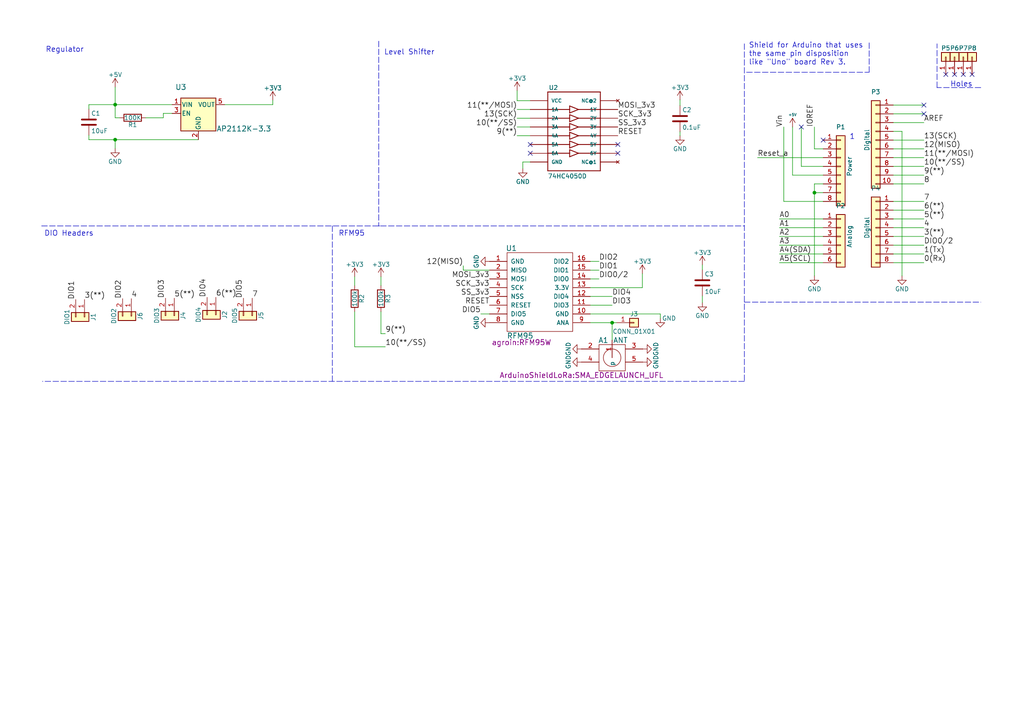
<source format=kicad_sch>
(kicad_sch (version 20211123) (generator eeschema)
  (paper "A4")
  (title_block (title "Arduino LoRa Shield") (date "2018-07-24") (rev "v1.0") (company "Electronic Cats") (comment 1 "Eduardo Contreras"))
  (lib_symbols
    (symbol "74HC4050D:74HC4050D" (pin_numbers hide) (pin_names (offset 1.016))
      (property "Reference" "U" (at -7.366 11.938 0))
      (property "Value" "74HC4050D" (at -7.62 -13.716 0))
      (symbol "74HC4050D_0_0"
        (polyline (pts (xy -7.62 -11.43) (xy 7.62 -11.43)) (stroke (width 0.254)))
        (polyline (pts (xy -7.62 -6.35) (xy -7.62 -11.43)) (stroke (width 0.254)))
        (polyline (pts (xy -7.62 -6.35) (xy -1.27 -6.35)) (stroke (width 0.254)))
        (polyline (pts (xy -7.62 -3.81) (xy -7.62 -6.35)) (stroke (width 0.254)))
        (polyline (pts (xy -7.62 -3.81) (xy -1.27 -3.81)) (stroke (width 0.254)))
        (polyline (pts (xy -7.62 -1.27) (xy -1.27 -1.27)) (stroke (width 0.254)))
        (polyline (pts (xy -7.62 1.27) (xy -1.27 1.27)) (stroke (width 0.254)))
        (polyline (pts (xy -7.62 3.81) (xy -1.27 3.81)) (stroke (width 0.254)))
        (polyline (pts (xy -7.62 6.35) (xy -1.27 6.35)) (stroke (width 0.254)))
        (polyline (pts (xy -7.62 11.43) (xy -7.62 -3.81)) (stroke (width 0.254)))
        (polyline (pts (xy -7.62 11.43) (xy 7.62 11.43)) (stroke (width 0.254)))
        (polyline (pts (xy -1.27 -7.366) (xy -1.27 -6.35)) (stroke (width 0.254)))
        (polyline (pts (xy -1.27 -7.366) (xy 1.27 -6.35)) (stroke (width 0.254)))
        (polyline (pts (xy -1.27 -5.334) (xy -1.27 -6.35)) (stroke (width 0.254)))
        (polyline (pts (xy -1.27 -4.826) (xy 1.27 -3.81)) (stroke (width 0.254)))
        (polyline (pts (xy -1.27 -3.81) (xy -1.27 -4.826)) (stroke (width 0.254)))
        (polyline (pts (xy -1.27 -2.794) (xy -1.27 -3.81)) (stroke (width 0.254)))
        (polyline (pts (xy -1.27 -2.286) (xy -1.27 -1.27)) (stroke (width 0.254)))
        (polyline (pts (xy -1.27 -2.286) (xy 1.27 -1.27)) (stroke (width 0.254)))
        (polyline (pts (xy -1.27 -0.254) (xy -1.27 -1.27)) (stroke (width 0.254)))
        (polyline (pts (xy -1.27 0.254) (xy 1.27 1.27)) (stroke (width 0.254)))
        (polyline (pts (xy -1.27 1.27) (xy -1.27 0.254)) (stroke (width 0.254)))
        (polyline (pts (xy -1.27 2.286) (xy -1.27 1.27)) (stroke (width 0.254)))
        (polyline (pts (xy -1.27 2.794) (xy -1.27 3.81)) (stroke (width 0.254)))
        (polyline (pts (xy -1.27 2.794) (xy 1.27 3.81)) (stroke (width 0.254)))
        (polyline (pts (xy -1.27 4.826) (xy -1.27 3.81)) (stroke (width 0.254)))
        (polyline (pts (xy -1.27 5.334) (xy 1.27 6.35)) (stroke (width 0.254)))
        (polyline (pts (xy -1.27 6.35) (xy -1.27 5.334)) (stroke (width 0.254)))
        (polyline (pts (xy -1.27 7.366) (xy -1.27 6.35)) (stroke (width 0.254)))
        (polyline (pts (xy 1.27 -6.35) (xy -1.27 -5.334)) (stroke (width 0.254)))
        (polyline (pts (xy 1.27 -3.81) (xy -1.27 -2.794)) (stroke (width 0.254)))
        (polyline (pts (xy 1.27 -1.27) (xy -1.27 -0.254)) (stroke (width 0.254)))
        (polyline (pts (xy 1.27 1.27) (xy -1.27 2.286)) (stroke (width 0.254)))
        (polyline (pts (xy 1.27 3.81) (xy -1.27 4.826)) (stroke (width 0.254)))
        (polyline (pts (xy 1.27 6.35) (xy -1.27 7.366)) (stroke (width 0.254)))
        (polyline (pts (xy 7.62 -11.43) (xy 7.62 -6.35)) (stroke (width 0.254)))
        (polyline (pts (xy 7.62 -6.35) (xy 1.27 -6.35)) (stroke (width 0.254)))
        (polyline (pts (xy 7.62 -6.35) (xy 7.62 -3.81)) (stroke (width 0.254)))
        (polyline (pts (xy 7.62 -3.81) (xy 1.27 -3.81)) (stroke (width 0.254)))
        (polyline (pts (xy 7.62 -3.81) (xy 7.62 -1.27)) (stroke (width 0.254)))
        (polyline (pts (xy 7.62 -1.27) (xy 1.27 -1.27)) (stroke (width 0.254)))
        (polyline (pts (xy 7.62 -1.27) (xy 7.62 1.27)) (stroke (width 0.254)))
        (polyline (pts (xy 7.62 1.27) (xy 1.27 1.27)) (stroke (width 0.254)))
        (polyline (pts (xy 7.62 1.27) (xy 7.62 3.81)) (stroke (width 0.254)))
        (polyline (pts (xy 7.62 3.81) (xy 1.27 3.81)) (stroke (width 0.254)))
        (polyline (pts (xy 7.62 3.81) (xy 7.62 6.35)) (stroke (width 0.254)))
        (polyline (pts (xy 7.62 6.35) (xy 1.27 6.35)) (stroke (width 0.254)))
        (polyline (pts (xy 7.62 6.35) (xy 7.62 11.43)) (stroke (width 0.254)))
        (pin input line (at -12.7 8.89 0) (length 5.08) (name "VCC") (number "1"))
        (pin output line (at 12.7 -1.27 180) (length 5.08) (name "4Y") (number "10"))
        (pin input line (at -12.7 -3.81 0) (length 5.08) (name "5A") (number "11"))
        (pin output line (at 12.7 -3.81 180) (length 5.08) (name "5Y") (number "12"))
        (pin no_connect line (at 12.7 -8.89 180) (length 5.08) (name "NC@1") (number "13"))
        (pin input line (at -12.7 -6.35 0) (length 5.08) (name "6A") (number "14"))
        (pin output line (at 12.7 -6.35 180) (length 5.08) (name "6Y") (number "15"))
        (pin no_connect line (at 12.7 8.89 180) (length 5.08) (name "NC@2") (number "16"))
        (pin output line (at 12.7 6.35 180) (length 5.08) (name "1Y") (number "2"))
        (pin input line (at -12.7 6.35 0) (length 5.08) (name "1A") (number "3"))
        (pin output line (at 12.7 3.81 180) (length 5.08) (name "2Y") (number "4"))
        (pin input line (at -12.7 3.81 0) (length 5.08) (name "2A") (number "5"))
        (pin output line (at 12.7 1.27 180) (length 5.08) (name "3Y") (number "6"))
        (pin input line (at -12.7 1.27 0) (length 5.08) (name "3A") (number "7"))
        (pin input line (at -12.7 -8.89 0) (length 5.08) (name "GND") (number "8"))
        (pin input line (at -12.7 -1.27 0) (length 5.08) (name "4A") (number "9"))
      )
    )
    (symbol "ArduinoShieldLoRa:ANT-RESCUE-ArduinoShieldLoRa" (pin_names (offset 1.016))
      (property "Reference" "A" (at 6.35 10.16 0))
      (property "Value" "ANT-RESCUE-ArduinoShieldLoRa" (at 6.35 0 0))
      (symbol "ANT-RESCUE-ArduinoShieldLoRa_0_1"
        (rectangle (start 5.08 8.89) (end 12.7 1.27))
        (circle (center 8.89 5.08) (radius 2.54))
      )
      (symbol "ANT-RESCUE-ArduinoShieldLoRa_1_1"
        (pin bidirectional line (at 8.89 10.16 270) (length 5.08) (name "p") (number "1"))
        (pin bidirectional line (at 0 7.62 0) (length 5.08) (name "~") (number "2"))
        (pin bidirectional line (at 17.78 7.62 180) (length 5.08) (name "~") (number "3"))
        (pin bidirectional line (at 0 3.81 0) (length 5.08) (name "~") (number "4"))
        (pin bidirectional line (at 17.78 3.81 180) (length 5.08) (name "~") (number "5"))
      )
    )
    (symbol "ArduinoShieldLoRa:RFM95-RESCUE-ArduinoShieldLoRa" (pin_names (offset 1.016))
      (property "Reference" "U" (at -2.54 25.4 0))
      (property "Value" "RFM95-RESCUE-ArduinoShieldLoRa" (at 0 0 0))
      (symbol "RFM95-RESCUE-ArduinoShieldLoRa_0_1"
        (rectangle (start 15.24 24.13) (end -3.81 1.27))
      )
      (symbol "RFM95-RESCUE-ArduinoShieldLoRa_1_1"
        (pin bidirectional line (at -8.89 21.59 0) (length 5.08) (name "GND") (number "1"))
        (pin power_out line (at 20.32 6.35 180) (length 5.08) (name "GND") (number "10"))
        (pin input line (at 20.32 8.89 180) (length 5.08) (name "DIO3") (number "11"))
        (pin bidirectional line (at 20.32 11.43 180) (length 5.08) (name "DIO4") (number "12"))
        (pin power_in line (at 20.32 13.97 180) (length 5.08) (name "3.3V") (number "13"))
        (pin bidirectional line (at 20.32 16.51 180) (length 5.08) (name "DIO0") (number "14"))
        (pin bidirectional line (at 20.32 19.05 180) (length 5.08) (name "DIO1") (number "15"))
        (pin bidirectional line (at 20.32 21.59 180) (length 5.08) (name "DIO2") (number "16"))
        (pin bidirectional line (at -8.89 19.05 0) (length 5.08) (name "MISO") (number "2"))
        (pin bidirectional line (at -8.89 16.51 0) (length 5.08) (name "MOSI") (number "3"))
        (pin bidirectional line (at -8.89 13.97 0) (length 5.08) (name "SCK") (number "4"))
        (pin bidirectional line (at -8.89 11.43 0) (length 5.08) (name "NSS") (number "5"))
        (pin bidirectional line (at -8.89 8.89 0) (length 5.08) (name "RESET") (number "6"))
        (pin bidirectional line (at -8.89 6.35 0) (length 5.08) (name "DIO5") (number "7"))
        (pin bidirectional line (at -8.89 3.81 0) (length 5.08) (name "GND") (number "8"))
        (pin bidirectional line (at 20.32 3.81 180) (length 5.08) (name "ANA") (number "9"))
      )
    )
    (symbol "Connector_Generic:Conn_01x01" (pin_names (offset 1.016) hide)
      (property "Reference" "J" (at 0 2.54 0))
      (property "Value" "Conn_01x01" (at 0 -2.54 0))
      (symbol "Conn_01x01_1_1"
        (rectangle (start -1.27 0.127) (end 0 -0.127) (stroke (width 0.1524)))
        (rectangle (start -1.27 1.27) (end 1.27 -1.27) (stroke (width 0.254)) (fill (type background)))
        (pin passive line (at -5.08 0 0) (length 3.81) (name "Pin_1") (number "1"))
      )
    )
    (symbol "Connector_Generic:Conn_01x02" (pin_names (offset 1.016) hide)
      (property "Reference" "J" (at 0 2.54 0))
      (property "Value" "Conn_01x02" (at 0 -5.08 0))
      (symbol "Conn_01x02_1_1"
        (rectangle (start -1.27 -2.413) (end 0 -2.667) (stroke (width 0.1524)))
        (rectangle (start -1.27 0.127) (end 0 -0.127) (stroke (width 0.1524)))
        (rectangle (start -1.27 1.27) (end 1.27 -3.81) (stroke (width 0.254)) (fill (type background)))
        (pin passive line (at -5.08 0 0) (length 3.81) (name "Pin_1") (number "1"))
        (pin passive line (at -5.08 -2.54 0) (length 3.81) (name "Pin_2") (number "2"))
      )
    )
    (symbol "Connector_Generic:Conn_01x06" (pin_names (offset 1.016) hide)
      (property "Reference" "J" (at 0 7.62 0))
      (property "Value" "Conn_01x06" (at 0 -10.16 0))
      (symbol "Conn_01x06_1_1"
        (rectangle (start -1.27 -7.493) (end 0 -7.747) (stroke (width 0.1524)))
        (rectangle (start -1.27 -4.953) (end 0 -5.207) (stroke (width 0.1524)))
        (rectangle (start -1.27 -2.413) (end 0 -2.667) (stroke (width 0.1524)))
        (rectangle (start -1.27 0.127) (end 0 -0.127) (stroke (width 0.1524)))
        (rectangle (start -1.27 2.667) (end 0 2.413) (stroke (width 0.1524)))
        (rectangle (start -1.27 5.207) (end 0 4.953) (stroke (width 0.1524)))
        (rectangle (start -1.27 6.35) (end 1.27 -8.89) (stroke (width 0.254)) (fill (type background)))
        (pin passive line (at -5.08 5.08 0) (length 3.81) (name "Pin_1") (number "1"))
        (pin passive line (at -5.08 2.54 0) (length 3.81) (name "Pin_2") (number "2"))
        (pin passive line (at -5.08 0 0) (length 3.81) (name "Pin_3") (number "3"))
        (pin passive line (at -5.08 -2.54 0) (length 3.81) (name "Pin_4") (number "4"))
        (pin passive line (at -5.08 -5.08 0) (length 3.81) (name "Pin_5") (number "5"))
        (pin passive line (at -5.08 -7.62 0) (length 3.81) (name "Pin_6") (number "6"))
      )
    )
    (symbol "Connector_Generic:Conn_01x08" (pin_names (offset 1.016) hide)
      (property "Reference" "J" (at 0 10.16 0))
      (property "Value" "Conn_01x08" (at 0 -12.7 0))
      (symbol "Conn_01x08_1_1"
        (rectangle (start -1.27 -10.033) (end 0 -10.287) (stroke (width 0.1524)))
        (rectangle (start -1.27 -7.493) (end 0 -7.747) (stroke (width 0.1524)))
        (rectangle (start -1.27 -4.953) (end 0 -5.207) (stroke (width 0.1524)))
        (rectangle (start -1.27 -2.413) (end 0 -2.667) (stroke (width 0.1524)))
        (rectangle (start -1.27 0.127) (end 0 -0.127) (stroke (width 0.1524)))
        (rectangle (start -1.27 2.667) (end 0 2.413) (stroke (width 0.1524)))
        (rectangle (start -1.27 5.207) (end 0 4.953) (stroke (width 0.1524)))
        (rectangle (start -1.27 7.747) (end 0 7.493) (stroke (width 0.1524)))
        (rectangle (start -1.27 8.89) (end 1.27 -11.43) (stroke (width 0.254)) (fill (type background)))
        (pin passive line (at -5.08 7.62 0) (length 3.81) (name "Pin_1") (number "1"))
        (pin passive line (at -5.08 5.08 0) (length 3.81) (name "Pin_2") (number "2"))
        (pin passive line (at -5.08 2.54 0) (length 3.81) (name "Pin_3") (number "3"))
        (pin passive line (at -5.08 0 0) (length 3.81) (name "Pin_4") (number "4"))
        (pin passive line (at -5.08 -2.54 0) (length 3.81) (name "Pin_5") (number "5"))
        (pin passive line (at -5.08 -5.08 0) (length 3.81) (name "Pin_6") (number "6"))
        (pin passive line (at -5.08 -7.62 0) (length 3.81) (name "Pin_7") (number "7"))
        (pin passive line (at -5.08 -10.16 0) (length 3.81) (name "Pin_8") (number "8"))
      )
    )
    (symbol "Connector_Generic:Conn_01x10" (pin_names (offset 1.016) hide)
      (property "Reference" "J" (at 0 12.7 0))
      (property "Value" "Conn_01x10" (at 0 -15.24 0))
      (symbol "Conn_01x10_1_1"
        (rectangle (start -1.27 -12.573) (end 0 -12.827) (stroke (width 0.1524)))
        (rectangle (start -1.27 -10.033) (end 0 -10.287) (stroke (width 0.1524)))
        (rectangle (start -1.27 -7.493) (end 0 -7.747) (stroke (width 0.1524)))
        (rectangle (start -1.27 -4.953) (end 0 -5.207) (stroke (width 0.1524)))
        (rectangle (start -1.27 -2.413) (end 0 -2.667) (stroke (width 0.1524)))
        (rectangle (start -1.27 0.127) (end 0 -0.127) (stroke (width 0.1524)))
        (rectangle (start -1.27 2.667) (end 0 2.413) (stroke (width 0.1524)))
        (rectangle (start -1.27 5.207) (end 0 4.953) (stroke (width 0.1524)))
        (rectangle (start -1.27 7.747) (end 0 7.493) (stroke (width 0.1524)))
        (rectangle (start -1.27 10.287) (end 0 10.033) (stroke (width 0.1524)))
        (rectangle (start -1.27 11.43) (end 1.27 -13.97) (stroke (width 0.254)) (fill (type background)))
        (pin passive line (at -5.08 10.16 0) (length 3.81) (name "Pin_1") (number "1"))
        (pin passive line (at -5.08 -12.7 0) (length 3.81) (name "Pin_10") (number "10"))
        (pin passive line (at -5.08 7.62 0) (length 3.81) (name "Pin_2") (number "2"))
        (pin passive line (at -5.08 5.08 0) (length 3.81) (name "Pin_3") (number "3"))
        (pin passive line (at -5.08 2.54 0) (length 3.81) (name "Pin_4") (number "4"))
        (pin passive line (at -5.08 0 0) (length 3.81) (name "Pin_5") (number "5"))
        (pin passive line (at -5.08 -2.54 0) (length 3.81) (name "Pin_6") (number "6"))
        (pin passive line (at -5.08 -5.08 0) (length 3.81) (name "Pin_7") (number "7"))
        (pin passive line (at -5.08 -7.62 0) (length 3.81) (name "Pin_8") (number "8"))
        (pin passive line (at -5.08 -10.16 0) (length 3.81) (name "Pin_9") (number "9"))
      )
    )
    (symbol "Device:C" (pin_numbers hide) (pin_names (offset 0.254))
      (property "Reference" "C" (at 0.635 2.54 0))
      (property "Value" "C" (at 0.635 -2.54 0))
      (symbol "C_0_1"
        (polyline (pts (xy -2.032 -0.762) (xy 2.032 -0.762)) (stroke (width 0.508)))
        (polyline (pts (xy -2.032 0.762) (xy 2.032 0.762)) (stroke (width 0.508)))
      )
      (symbol "C_1_1"
        (pin passive line (at 0 3.81 270) (length 2.794) (name "~") (number "1"))
        (pin passive line (at 0 -3.81 90) (length 2.794) (name "~") (number "2"))
      )
    )
    (symbol "Device:R" (pin_numbers hide) (pin_names (offset 0))
      (property "Reference" "R" (at 2.032 0 90))
      (property "Value" "R" (at 0 0 90))
      (symbol "R_0_1"
        (rectangle (start -1.016 -2.54) (end 1.016 2.54) (stroke (width 0.254)))
      )
      (symbol "R_1_1"
        (pin passive line (at 0 3.81 270) (length 1.27) (name "~") (number "1"))
        (pin passive line (at 0 -3.81 90) (length 1.27) (name "~") (number "2"))
      )
    )
    (symbol "Regulator_Linear:AP2112K-3.3" (pin_names (offset 0.254))
      (property "Reference" "U" (at -5.08 5.715 0))
      (property "Value" "AP2112K-3.3" (at 0 5.715 0))
      (symbol "AP2112K-3.3_0_1"
        (rectangle (start -5.08 4.445) (end 5.08 -5.08) (stroke (width 0.254)) (fill (type background)))
      )
      (symbol "AP2112K-3.3_1_1"
        (pin power_in line (at -7.62 2.54 0) (length 2.54) (name "VIN") (number "1"))
        (pin power_in line (at 0 -7.62 90) (length 2.54) (name "GND") (number "2"))
        (pin input line (at -7.62 0 0) (length 2.54) (name "EN") (number "3"))
        (pin no_connect line (at 5.08 0 180) (length 2.54) hide (name "NC") (number "4"))
        (pin power_out line (at 7.62 2.54 180) (length 2.54) (name "VOUT") (number "5"))
      )
    )
    (symbol "power:+3.3V" (power) (pin_names (offset 0))
      (property "Value" "+3.3V" (at 0 3.556 0))
      (symbol "+3.3V_0_1"
        (polyline (pts (xy -0.762 1.27) (xy 0 2.54)))
        (polyline (pts (xy 0 0) (xy 0 2.54)))
        (polyline (pts (xy 0 2.54) (xy 0.762 1.27)))
      )
      (symbol "+3.3V_1_1"
        (pin power_in line (at 0 0 90) (length 0) hide (name "+3V3") (number "1"))
      )
    )
    (symbol "power:+5V" (power) (pin_names (offset 0))
      (property "Value" "+5V" (at 0 3.556 0))
      (symbol "+5V_0_1"
        (polyline (pts (xy -0.762 1.27) (xy 0 2.54)))
        (polyline (pts (xy 0 0) (xy 0 2.54)))
        (polyline (pts (xy 0 2.54) (xy 0.762 1.27)))
      )
      (symbol "+5V_1_1"
        (pin power_in line (at 0 0 90) (length 0) hide (name "+5V") (number "1"))
      )
    )
    (symbol "power:GND" (power) (pin_names (offset 0))
      (property "Value" "GND" (at 0 -3.81 0))
      (symbol "GND_0_1"
        (polyline (pts (xy 0 0) (xy 0 -1.27) (xy 1.27 -1.27) (xy 0 -2.54) (xy -1.27 -1.27) (xy 0 -1.27)))
      )
      (symbol "GND_1_1"
        (pin power_in line (at 0 0 270) (length 0) hide (name "GND") (number "1"))
      )
    )
  )
  (junction (at 33.401 30.353))
  (junction (at 177.546 93.599))
  (junction (at 33.401 40.513))
  (junction (at 236.22 55.88))
  (no_connect (at 179.197 44.45))
  (no_connect (at 232.41 36.83))
  (no_connect (at 267.97 33.02))
  (no_connect (at 281.94 21.59))
  (no_connect (at 153.797 44.45))
  (no_connect (at 267.97 30.48))
  (no_connect (at 276.86 21.59))
  (no_connect (at 179.197 41.91))
  (no_connect (at 238.76 40.64))
  (no_connect (at 279.4 21.59))
  (no_connect (at 274.32 21.59))
  (no_connect (at 153.797 41.91))
  (wire (pts (xy 25.781 39.243) (xy 25.781 40.513)))
  (wire (pts (xy 149.987 34.29) (xy 153.797 34.29)))
  (wire (pts (xy 227.33 58.42) (xy 227.33 36.83)))
  (wire (pts (xy 25.781 30.353) (xy 33.401 30.353)))
  (wire (pts (xy 238.76 53.34) (xy 236.22 53.34)))
  (wire (pts (xy 238.76 50.8) (xy 229.87 50.8)))
  (wire (pts (xy 259.08 66.04) (xy 267.97 66.04)))
  (wire (pts (xy 110.49 96.774) (xy 110.49 90.424)))
  (polyline (pts (xy 109.855 11.938) (xy 109.855 65.532)))
  (polyline (pts (xy 216.535 20.955) (xy 252.095 20.955)))
  (wire (pts (xy 197.231 39.37) (xy 197.231 38.227)))
  (wire (pts (xy 238.76 48.26) (xy 232.41 48.26)))
  (wire (pts (xy 259.08 40.64) (xy 267.97 40.64)))
  (wire (pts (xy 259.08 30.48) (xy 267.97 30.48)))
  (wire (pts (xy 134.366 77.089) (xy 134.366 78.359)))
  (wire (pts (xy 111.76 96.774) (xy 110.49 96.774)))
  (wire (pts (xy 139.446 91.059) (xy 141.986 91.059)))
  (wire (pts (xy 232.41 48.26) (xy 232.41 36.83)))
  (wire (pts (xy 238.76 73.66) (xy 226.06 73.66)))
  (wire (pts (xy 238.76 45.72) (xy 219.71 45.72)))
  (wire (pts (xy 79.121 29.083) (xy 79.121 30.353)))
  (wire (pts (xy 261.62 38.1) (xy 261.62 80.01)))
  (wire (pts (xy 111.76 100.584) (xy 102.87 100.584)))
  (wire (pts (xy 203.708 78.232) (xy 203.708 76.835)))
  (wire (pts (xy 134.366 78.359) (xy 141.986 78.359)))
  (wire (pts (xy 259.08 76.2) (xy 267.97 76.2)))
  (wire (pts (xy 238.76 55.88) (xy 236.22 55.88)))
  (wire (pts (xy 171.196 85.979) (xy 177.546 85.979)))
  (wire (pts (xy 259.08 35.56) (xy 267.97 35.56)))
  (wire (pts (xy 171.196 80.899) (xy 173.736 80.899)))
  (wire (pts (xy 33.401 25.273) (xy 33.401 30.353)))
  (wire (pts (xy 238.76 66.04) (xy 226.06 66.04)))
  (polyline (pts (xy 271.78 25.4) (xy 271.78 12.7)))
  (wire (pts (xy 236.22 55.88) (xy 236.22 80.01)))
  (wire (pts (xy 191.516 92.329) (xy 191.516 91.059)))
  (wire (pts (xy 110.49 80.264) (xy 110.49 82.804)))
  (wire (pts (xy 171.196 93.599) (xy 177.546 93.599)))
  (wire (pts (xy 259.08 38.1) (xy 261.62 38.1)))
  (wire (pts (xy 171.196 75.819) (xy 173.736 75.819)))
  (wire (pts (xy 151.638 46.99) (xy 153.797 46.99)))
  (polyline (pts (xy 215.9 87.63) (xy 284.48 87.63)))
  (wire (pts (xy 259.08 50.8) (xy 267.97 50.8)))
  (wire (pts (xy 149.987 39.37) (xy 153.797 39.37)))
  (wire (pts (xy 259.08 53.34) (xy 267.97 53.34)))
  (wire (pts (xy 191.516 91.059) (xy 171.196 91.059)))
  (wire (pts (xy 177.546 88.519) (xy 171.196 88.519)))
  (polyline (pts (xy 215.9 110.617) (xy 12.319 110.617)))
  (wire (pts (xy 259.08 43.18) (xy 267.97 43.18)))
  (polyline (pts (xy 284.48 25.4) (xy 271.78 25.4)))
  (wire (pts (xy 47.371 32.893) (xy 49.911 32.893)))
  (wire (pts (xy 171.196 83.439) (xy 186.309 83.439)))
  (wire (pts (xy 259.08 48.26) (xy 267.97 48.26)))
  (wire (pts (xy 42.291 34.163) (xy 47.371 34.163)))
  (wire (pts (xy 259.08 63.5) (xy 267.97 63.5)))
  (polyline (pts (xy 215.9 12.7) (xy 215.9 110.617)))
  (wire (pts (xy 186.309 83.439) (xy 186.309 79.375)))
  (wire (pts (xy 173.736 78.359) (xy 171.196 78.359)))
  (wire (pts (xy 65.151 30.353) (xy 79.121 30.353)))
  (wire (pts (xy 259.08 45.72) (xy 267.97 45.72)))
  (wire (pts (xy 259.08 68.58) (xy 267.97 68.58)))
  (wire (pts (xy 236.22 43.18) (xy 238.76 43.18)))
  (wire (pts (xy 238.76 63.5) (xy 226.06 63.5)))
  (wire (pts (xy 153.797 29.21) (xy 149.987 29.21)))
  (wire (pts (xy 259.08 71.12) (xy 267.97 71.12)))
  (wire (pts (xy 238.76 71.12) (xy 226.06 71.12)))
  (wire (pts (xy 229.87 50.8) (xy 229.87 36.83)))
  (wire (pts (xy 102.87 100.584) (xy 102.87 90.424)))
  (wire (pts (xy 238.76 68.58) (xy 226.06 68.58)))
  (wire (pts (xy 149.987 29.21) (xy 149.987 26.289)))
  (wire (pts (xy 236.22 53.34) (xy 236.22 55.88)))
  (polyline (pts (xy 12.065 65.532) (xy 215.9 65.532)))
  (wire (pts (xy 33.401 40.513) (xy 57.531 40.513)))
  (wire (pts (xy 177.546 93.599) (xy 177.546 98.679)))
  (wire (pts (xy 197.231 28.956) (xy 197.231 30.607)))
  (wire (pts (xy 149.987 31.75) (xy 153.797 31.75)))
  (wire (pts (xy 259.08 73.66) (xy 267.97 73.66)))
  (wire (pts (xy 259.08 58.42) (xy 267.97 58.42)))
  (wire (pts (xy 33.401 43.053) (xy 33.401 40.513)))
  (wire (pts (xy 259.08 33.02) (xy 267.97 33.02)))
  (wire (pts (xy 149.987 36.83) (xy 153.797 36.83)))
  (wire (pts (xy 236.22 36.83) (xy 236.22 43.18)))
  (wire (pts (xy 177.546 93.599) (xy 178.816 93.599)))
  (wire (pts (xy 33.401 30.353) (xy 33.401 34.163)))
  (wire (pts (xy 33.401 34.163) (xy 34.671 34.163)))
  (polyline (pts (xy 252.095 20.955) (xy 252.095 12.065)))
  (wire (pts (xy 203.708 87.757) (xy 203.708 85.852)))
  (wire (pts (xy 102.87 80.264) (xy 102.87 82.804)))
  (wire (pts (xy 259.08 60.96) (xy 267.97 60.96)))
  (polyline (pts (xy 109.855 65.532) (xy 110.109 65.532)))
  (wire (pts (xy 33.401 30.353) (xy 49.911 30.353)))
  (polyline (pts (xy 96.393 65.532) (xy 96.393 110.617)))
  (wire (pts (xy 238.76 76.2) (xy 226.06 76.2)))
  (wire (pts (xy 25.781 40.513) (xy 33.401 40.513)))
  (wire (pts (xy 25.781 31.623) (xy 25.781 30.353)))
  (wire (pts (xy 151.638 48.895) (xy 151.638 46.99)))
  (wire (pts (xy 47.371 34.163) (xy 47.371 32.893)))
  (wire (pts (xy 238.76 58.42) (xy 227.33 58.42)))
  (text "DIO Headers" (at 12.827 68.707 0) (effects (font (size 1.524 1.524)) (justify left bottom)))
  (text "RFM95\n" (at 98.171 68.707 0) (effects (font (size 1.524 1.524)) (justify left bottom)))
  (text "1" (at 246.38 40.64 0) (effects (font (size 1.524 1.524)) (justify left bottom)))
  (text "Shield for Arduino that uses\nthe same pin disposition\nlike \"Uno\" board Rev 3." (at 217.17 19.05 0) (effects (font (size 1.524 1.524)) (justify left bottom)))
  (text "Level Shifter" (at 111.379 16.129 0) (effects (font (size 1.524 1.524)) (justify left bottom)))
  (text "Holes" (at 275.59 25.4 0) (effects (font (size 1.524 1.524)) (justify left bottom)))
  (text "Regulator" (at 13.208 15.367 0) (effects (font (size 1.524 1.524)) (justify left bottom)))
  (label "9(**)" (at 267.97 50.8 0) (effects (font (size 1.524 1.524))))
  (label "9(**)" (at 111.76 96.774 0) (effects (font (size 1.524 1.524))))
  (label "SS_3v3" (at 179.197 36.83 0) (effects (font (size 1.524 1.524))))
  (label "12(MISO)" (at 267.97 43.18 0) (effects (font (size 1.524 1.524))))
  (label "DIO0/2" (at 173.736 80.899 0) (effects (font (size 1.524 1.524))))
  (label "A3" (at 226.06 71.12 0) (effects (font (size 1.524 1.524))))
  (label "DIO4" (at 60.071 86.233 90) (effects (font (size 1.524 1.524))))
  (label "0(Rx)" (at 267.97 76.2 0) (effects (font (size 1.524 1.524))))
  (label "DIO1" (at 21.971 86.868 90) (effects (font (size 1.524 1.524))))
  (label "1(Tx)" (at 267.97 73.66 0) (effects (font (size 1.524 1.524))))
  (label "A4(SDA)" (at 226.06 73.66 0) (effects (font (size 1.524 1.524))))
  (label "4" (at 38.1 86.614 0) (effects (font (size 1.524 1.524))))
  (label "3(**)" (at 24.511 86.868 0) (effects (font (size 1.524 1.524))))
  (label "AREF" (at 267.97 35.56 0) (effects (font (size 1.524 1.524))))
  (label "RESET" (at 179.197 39.37 0) (effects (font (size 1.524 1.524))))
  (label "SCK_3v3" (at 179.197 34.29 0) (effects (font (size 1.524 1.524))))
  (label "11(**/MOSI)" (at 149.987 31.75 180) (effects (font (size 1.524 1.524))))
  (label "SS_3v3" (at 141.986 85.979 180) (effects (font (size 1.524 1.524))))
  (label "DIO5" (at 70.612 86.487 90) (effects (font (size 1.524 1.524))))
  (label "4" (at 267.97 66.04 0) (effects (font (size 1.524 1.524))))
  (label "DIO3" (at 177.546 88.519 0) (effects (font (size 1.524 1.524))))
  (label "12(MISO)" (at 134.366 77.089 180) (effects (font (size 1.524 1.524))))
  (label "Vin" (at 227.33 36.83 90) (effects (font (size 1.524 1.524))))
  (label "DIO1" (at 173.736 78.359 0) (effects (font (size 1.524 1.524))))
  (label "DIO5" (at 139.446 91.059 180) (effects (font (size 1.524 1.524))))
  (label "MOSI_3v3" (at 179.197 31.75 0) (effects (font (size 1.524 1.524))))
  (label "6(**)" (at 62.611 86.233 0) (effects (font (size 1.524 1.524))))
  (label "10(**/SS)" (at 267.97 48.26 0) (effects (font (size 1.524 1.524))))
  (label "A1" (at 226.06 66.04 0) (effects (font (size 1.524 1.524))))
  (label "MOSI_3v3" (at 141.986 80.899 180) (effects (font (size 1.524 1.524))))
  (label "6(**)" (at 267.97 60.96 0) (effects (font (size 1.524 1.524))))
  (label "10(**/SS)" (at 111.76 100.584 0) (effects (font (size 1.524 1.524))))
  (label "IOREF" (at 236.22 36.83 90) (effects (font (size 1.524 1.524))))
  (label "A2" (at 226.06 68.58 0) (effects (font (size 1.524 1.524))))
  (label "7" (at 73.152 86.487 0) (effects (font (size 1.524 1.524))))
  (label "5(**)" (at 267.97 63.5 0) (effects (font (size 1.524 1.524))))
  (label "8" (at 267.97 53.34 0) (effects (font (size 1.524 1.524))))
  (label "13(SCK)" (at 149.987 34.29 180) (effects (font (size 1.524 1.524))))
  (label "9(**)" (at 149.987 39.37 180) (effects (font (size 1.524 1.524))))
  (label "DIO4" (at 177.546 85.979 0) (effects (font (size 1.524 1.524))))
  (label "Reset_a" (at 219.71 45.72 0) (effects (font (size 1.524 1.524))))
  (label "11(**/MOSI)" (at 267.97 45.72 0) (effects (font (size 1.524 1.524))))
  (label "10(**/SS)" (at 149.987 36.83 180) (effects (font (size 1.524 1.524))))
  (label "SCK_3v3" (at 141.986 83.439 180) (effects (font (size 1.524 1.524))))
  (label "DIO2" (at 35.56 86.614 90) (effects (font (size 1.524 1.524))))
  (label "A5(SCL)" (at 226.06 76.2 0) (effects (font (size 1.524 1.524))))
  (label "DIO0/2" (at 267.97 71.12 0) (effects (font (size 1.524 1.524))))
  (label "DIO2" (at 173.736 75.819 0) (effects (font (size 1.524 1.524))))
  (label "A0" (at 226.06 63.5 0) (effects (font (size 1.524 1.524))))
  (label "3(**)" (at 267.97 68.58 0) (effects (font (size 1.524 1.524))))
  (label "13(SCK)" (at 267.97 40.64 0) (effects (font (size 1.524 1.524))))
  (label "RESET" (at 141.986 88.519 180) (effects (font (size 1.524 1.524))))
  (label "7" (at 267.97 58.42 0) (effects (font (size 1.524 1.524))))
  (label "DIO3" (at 48.006 86.487 90) (effects (font (size 1.524 1.524))))
  (label "5(**)" (at 50.546 86.487 0) (effects (font (size 1.524 1.524))))
  (symbol (lib_id "Connector_Generic:Conn_01x08") (at 243.84 48.26 0) (unit 1)
    (property "Reference" "P1" (at 243.84 36.83 0))
    (property "Value" "Power" (at 246.38 48.26 90))
    (property "Footprint" "Socket_Arduino_Uno:Socket_Strip_Arduino_1x08" (effects hide))
  )
  (symbol (lib_id "power:+5V") (at 229.87 36.83 0) (unit 1)
    (property "Reference" "#PWR01" (effects hide))
    (property "Value" "+5V" (at 229.87 33.274 0) (effects (font (size 0.762 0.762))))
  )
  (symbol (lib_id "power:GND") (at 236.22 80.01 0) (unit 1)
    (property "Reference" "#PWR02" (effects hide))
    (property "Value" "GND" (at 236.22 83.82 0))
  )
  (symbol (lib_id "power:GND") (at 261.62 80.01 0) (unit 1)
    (property "Reference" "#PWR03" (effects hide))
    (property "Value" "GND" (at 261.62 83.82 0))
  )
  (symbol (lib_id "Connector_Generic:Conn_01x06") (at 243.84 68.58 0) (unit 1)
    (property "Reference" "P2" (at 243.84 59.69 0))
    (property "Value" "Analog" (at 246.38 68.58 90))
    (property "Footprint" "Socket_Arduino_Uno:Socket_Strip_Arduino_1x06" (effects hide))
  )
  (symbol (lib_id "Connector_Generic:Conn_01x01") (at 274.32 16.51 90) (unit 1)
    (property "Reference" "P5" (at 274.32 13.97 90))
    (property "Value" "CONN_01X01" (effects hide))
    (property "Footprint" "Socket_Arduino_Uno:Arduino_1pin" (effects hide))
  )
  (symbol (lib_id "Connector_Generic:Conn_01x01") (at 276.86 16.51 90) (unit 1)
    (property "Reference" "P6" (at 276.86 13.97 90))
    (property "Value" "CONN_01X01" (effects hide))
    (property "Footprint" "Socket_Arduino_Uno:Arduino_1pin" (effects hide))
  )
  (symbol (lib_id "Connector_Generic:Conn_01x01") (at 279.4 16.51 90) (unit 1)
    (property "Reference" "P7" (at 279.4 13.97 90))
    (property "Value" "CONN_01X01" (effects hide))
    (property "Footprint" "Socket_Arduino_Uno:Arduino_1pin" (effects hide))
  )
  (symbol (lib_id "Connector_Generic:Conn_01x01") (at 281.94 16.51 90) (unit 1)
    (property "Reference" "P8" (at 281.94 13.97 90))
    (property "Value" "CONN_01X01" (effects hide))
    (property "Footprint" "Socket_Arduino_Uno:Arduino_1pin" (effects hide))
  )
  (symbol (lib_id "Connector_Generic:Conn_01x08") (at 254 66.04 0) (mirror y) (unit 1)
    (property "Reference" "P4" (at 254 54.61 0))
    (property "Value" "Digital" (at 251.46 66.04 90))
    (property "Footprint" "Socket_Arduino_Uno:Socket_Strip_Arduino_1x08" (effects hide))
  )
  (symbol (lib_id "Connector_Generic:Conn_01x10") (at 254 40.64 0) (mirror y) (unit 1)
    (property "Reference" "P3" (at 254 26.67 0))
    (property "Value" "Digital" (at 251.46 40.64 90))
    (property "Footprint" "Socket_Arduino_Uno:Socket_Strip_Arduino_1x10" (effects hide))
  )
  (symbol (lib_id "74HC4050D:74HC4050D") (at 166.497 38.1 0) (unit 1)
    (property "Reference" "U2" (at 159.131 26.162 0) (effects (justify left bottom)))
    (property "Value" "74HC4050D" (at 158.877 51.816 0) (effects (justify left bottom)))
    (property "Footprint" "SO16" (effects hide))
    (property "Datasheet" "0.45 USD" (effects hide))
    (property "MP" "74HC4050D" (effects hide))
    (property "Package" "SOIC-16 NXP Semiconductors" (effects hide))
    (property "Availability" "Good" (effects hide))
    (property "MF" "NXP Semiconductors" (effects hide))
    (property "Description" "Hex high-to-low level shifter 74HC4050D" (effects hide))
    (property "#manf" "74HC4050D,653" (effects hide))
  )
  (symbol (lib_id "ArduinoShieldLoRa:ANT-RESCUE-ArduinoShieldLoRa") (at 168.656 108.839 0) (unit 1)
    (property "Reference" "A1" (at 175.006 98.679 0) (effects (font (size 1.524 1.524))))
    (property "Value" "ANT" (at 179.959 98.679 0) (effects (font (size 1.524 1.524))))
    (property "Footprint" "ArduinoShieldLoRa:SMA_EDGELAUNCH_UFL" (at 168.656 108.839 0) (effects (font (size 1.524 1.524))))
  )
  (symbol (lib_id "Regulator_Linear:AP2112K-3.3") (at 57.531 32.893 0) (unit 1)
    (property "Reference" "U3" (at 52.451 25.273 0) (effects (font (size 1.524 1.524))))
    (property "Value" "AP2112K-3.3" (at 70.739 37.338 0) (effects (font (size 1.524 1.524))))
    (property "Footprint" "Package_TO_SOT_SMD:SOT-23-5" (effects hide))
    (property "Datasheet" "https://www.diodes.com/assets/Datasheets/AP2112.pdf" (effects hide))
    (property "#manf" "AP2112K-3.3TRG1" (effects hide))
  )
  (symbol (lib_id "Device:R") (at 38.481 34.163 270) (unit 1)
    (property "Reference" "R1" (at 38.481 36.195 90))
    (property "Value" "100K" (at 38.481 34.163 90))
    (property "Footprint" "Resistors_SMD:R_0805_HandSoldering" (effects hide))
    (property "#manf" "RCA0603100KJNEC" (effects hide))
  )
  (symbol (lib_id "Device:C") (at 25.781 35.433 0) (unit 1)
    (property "Reference" "C1" (at 26.416 32.893 0) (effects (justify left)))
    (property "Value" "10uF" (at 26.416 37.973 0) (effects (justify left)))
    (property "Footprint" "Capacitors_SMD:C_0805_HandSoldering" (effects hide))
    (property "#manf" "GRM188C80G106KE47J" (effects hide))
  )
  (symbol (lib_id "power:GND") (at 33.401 43.053 0) (unit 1)
    (property "Reference" "#PWR04" (effects hide))
    (property "Value" "GND" (at 33.401 46.863 0))
  )
  (symbol (lib_id "Device:C") (at 197.231 34.417 0) (unit 1)
    (property "Reference" "C2" (at 197.866 31.877 0) (effects (justify left)))
    (property "Value" "0.1uF" (at 197.866 36.957 0) (effects (justify left)))
    (property "Footprint" "Capacitors_SMD:C_0805_HandSoldering" (effects hide))
    (property "#manf" "0201ZD104KAT2A" (effects hide))
  )
  (symbol (lib_id "Device:C") (at 203.708 82.042 0) (unit 1)
    (property "Reference" "C3" (at 204.343 79.502 0) (effects (justify left)))
    (property "Value" "10uF" (at 204.343 84.582 0) (effects (justify left)))
    (property "Footprint" "Capacitors_SMD:C_0805_HandSoldering" (effects hide))
    (property "#manf" "GRM188C80G106KE47J" (effects hide))
  )
  (symbol (lib_id "power:GND") (at 151.638 48.895 0) (unit 1)
    (property "Reference" "#PWR05" (effects hide))
    (property "Value" "GND" (at 151.638 52.705 0))
  )
  (symbol (lib_id "power:GND") (at 141.986 93.599 270) (unit 1)
    (property "Reference" "#PWR06" (effects hide))
    (property "Value" "GND" (at 138.176 93.599 0))
  )
  (symbol (lib_id "power:GND") (at 186.436 105.029 90) (unit 1)
    (property "Reference" "#PWR07" (effects hide))
    (property "Value" "GND" (at 190.246 105.029 0))
  )
  (symbol (lib_id "power:GND") (at 186.436 101.219 90) (unit 1)
    (property "Reference" "#PWR08" (effects hide))
    (property "Value" "GND" (at 190.246 101.219 0))
  )
  (symbol (lib_id "power:GND") (at 168.656 101.219 270) (unit 1)
    (property "Reference" "#PWR09" (effects hide))
    (property "Value" "GND" (at 164.846 101.219 0))
  )
  (symbol (lib_id "power:GND") (at 168.656 105.029 270) (unit 1)
    (property "Reference" "#PWR010" (effects hide))
    (property "Value" "GND" (at 164.846 105.029 0))
  )
  (symbol (lib_id "power:GND") (at 191.516 92.329 0) (unit 1)
    (property "Reference" "#PWR011" (effects hide))
    (property "Value" "GND" (at 194.056 92.329 0))
  )
  (symbol (lib_id "power:GND") (at 141.986 75.819 270) (unit 1)
    (property "Reference" "#PWR012" (effects hide))
    (property "Value" "GND" (at 138.176 75.819 0))
  )
  (symbol (lib_id "power:+3.3V") (at 79.121 29.083 0) (unit 1)
    (property "Reference" "#PWR013" (effects hide))
    (property "Value" "+3.3V" (at 79.121 25.527 0))
  )
  (symbol (lib_id "power:+3.3V") (at 186.309 79.375 0) (unit 1)
    (property "Reference" "#PWR014" (effects hide))
    (property "Value" "+3.3V" (at 186.309 75.819 0))
  )
  (symbol (lib_id "power:+3.3V") (at 149.987 26.289 0) (unit 1)
    (property "Reference" "#PWR015" (effects hide))
    (property "Value" "+3.3V" (at 149.987 22.733 0))
  )
  (symbol (lib_id "Device:R") (at 102.87 86.614 0) (unit 1)
    (property "Reference" "R2" (at 104.902 86.614 90))
    (property "Value" "100k" (at 102.87 86.614 90))
    (property "Footprint" "Resistors_SMD:R_0805_HandSoldering" (effects hide))
    (property "#manf" "RCA0603100KJNEC" (effects hide))
  )
  (symbol (lib_id "Device:R") (at 110.49 86.614 0) (unit 1)
    (property "Reference" "R3" (at 112.522 86.614 90))
    (property "Value" "100k" (at 110.49 86.614 90))
    (property "Footprint" "Resistors_SMD:R_0805_HandSoldering" (effects hide))
    (property "#manf" "RCA0603100KJNEC" (effects hide))
  )
  (symbol (lib_id "power:+3.3V") (at 102.87 80.264 0) (unit 1)
    (property "Reference" "#PWR017" (effects hide))
    (property "Value" "+3.3V" (at 102.87 76.708 0))
  )
  (symbol (lib_id "power:+3.3V") (at 110.49 80.264 0) (unit 1)
    (property "Reference" "#PWR018" (effects hide))
    (property "Value" "+3.3V" (at 110.49 76.708 0))
  )
  (symbol (lib_id "Connector_Generic:Conn_01x01") (at 183.896 93.599 0) (unit 1)
    (property "Reference" "J3" (at 183.896 91.059 0))
    (property "Value" "CONN_01X01" (at 183.896 96.139 0))
    (property "Footprint" "Wire_Pads:SolderWirePad_single_0-8mmDrill" (effects hide))
  )
  (symbol (lib_id "ArduinoShieldLoRa:RFM95-RESCUE-ArduinoShieldLoRa") (at 150.876 97.409 0) (unit 1)
    (property "Reference" "U1" (at 148.336 72.009 0) (effects (font (size 1.524 1.524))))
    (property "Value" "RFM95" (at 150.876 97.409 0) (effects (font (size 1.524 1.524))))
    (property "Footprint" "agroin:RFM95W" (at 151.257 99.314 0) (effects (font (size 1.524 1.524))))
  )
  (symbol (lib_id "Connector_Generic:Conn_01x02") (at 38.1 91.694 270) (unit 1)
    (property "Reference" "J6" (at 40.64 91.694 0))
    (property "Value" "DIO2" (at 33.02 91.694 0))
    (property "Footprint" "Pin_Headers:Pin_Header_Straight_1x02_Pitch2.54mm" (effects hide))
  )
  (symbol (lib_id "Connector_Generic:Conn_01x02") (at 50.546 91.567 270) (unit 1)
    (property "Reference" "J4" (at 53.086 91.567 0))
    (property "Value" "DIO3" (at 45.466 91.567 0))
    (property "Footprint" "Pin_Headers:Pin_Header_Straight_1x02_Pitch2.54mm" (effects hide))
  )
  (symbol (lib_id "Connector_Generic:Conn_01x02") (at 62.611 91.313 270) (unit 1)
    (property "Reference" "J2" (at 65.151 91.313 0))
    (property "Value" "DIO4" (at 57.531 91.313 0))
    (property "Footprint" "Pin_Headers:Pin_Header_Straight_1x02_Pitch2.54mm" (effects hide))
  )
  (symbol (lib_id "Connector_Generic:Conn_01x02") (at 73.152 91.567 270) (unit 1)
    (property "Reference" "J5" (at 75.692 91.567 0))
    (property "Value" "DIO5" (at 68.072 91.567 0))
    (property "Footprint" "Pin_Headers:Pin_Header_Straight_1x02_Pitch2.54mm" (effects hide))
  )
  (symbol (lib_id "Connector_Generic:Conn_01x02") (at 24.511 91.948 270) (unit 1)
    (property "Reference" "J1" (at 27.051 91.948 0))
    (property "Value" "DIO1" (at 19.431 91.948 0))
    (property "Footprint" "Pin_Headers:Pin_Header_Straight_1x02_Pitch2.54mm" (effects hide))
  )
  (symbol (lib_id "power:GND") (at 197.231 39.37 0) (unit 1)
    (property "Reference" "#PWR019" (effects hide))
    (property "Value" "GND" (at 197.231 43.18 0))
  )
  (symbol (lib_id "power:+3.3V") (at 197.231 28.956 0) (unit 1)
    (property "Reference" "#PWR020" (effects hide))
    (property "Value" "+3.3V" (at 197.231 25.4 0))
  )
  (symbol (lib_id "power:+3.3V") (at 203.708 76.835 0) (unit 1)
    (property "Reference" "#PWR021" (effects hide))
    (property "Value" "+3.3V" (at 203.708 73.279 0))
  )
  (symbol (lib_id "power:GND") (at 203.708 87.757 0) (unit 1)
    (property "Reference" "#PWR022" (effects hide))
    (property "Value" "GND" (at 203.708 91.567 0))
  )
  (symbol (lib_id "power:+5V") (at 33.401 25.273 0) (unit 1)
    (property "Reference" "#PWR?" (effects hide))
    (property "Value" "+5V" (at 33.401 21.6685 0))
  )
)
</source>
